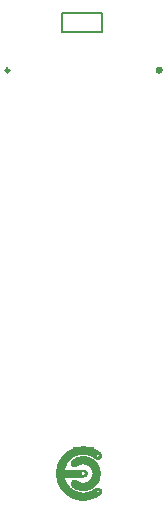
<source format=gbo>
G04*
G04 #@! TF.GenerationSoftware,Altium Limited,Altium Designer,18.1.7 (191)*
G04*
G04 Layer_Color=32896*
%FSLAX42Y42*%
%MOMM*%
G71*
G01*
G75*
%ADD10C,0.20*%
%ADD26C,0.25*%
%ADD27C,0.03*%
D10*
X-170Y4517D02*
X170D01*
X-170Y4683D02*
X170D01*
X-170Y4517D02*
Y4683D01*
X170Y4517D02*
Y4683D01*
D26*
X674Y4197D02*
G03*
X674Y4197I-19J0D01*
G01*
X-614Y4195D02*
G03*
X-614Y4195I-16J0D01*
G01*
D27*
X-23Y561D02*
X38D01*
X-38Y564D02*
X53D01*
X-48Y566D02*
X66D01*
X-58Y569D02*
X74D01*
X-66Y571D02*
X81D01*
X-71Y574D02*
X89D01*
X-79Y576D02*
X97D01*
X-84Y579D02*
X102D01*
X-89Y582D02*
X107D01*
X-94Y584D02*
X112D01*
X-99Y587D02*
X117D01*
X-104Y589D02*
X122D01*
X-109Y592D02*
X127D01*
X-112Y594D02*
X130D01*
X-117Y597D02*
X135D01*
X-119Y599D02*
X137D01*
X-124Y602D02*
X142D01*
X-127Y604D02*
X145D01*
X-130Y607D02*
X147D01*
X-135Y609D02*
X152D01*
X-137Y612D02*
X155D01*
X-140Y615D02*
X155D01*
X-142Y617D02*
X157D01*
X-145Y620D02*
X160D01*
X-147Y622D02*
X-10D01*
X28D02*
X160D01*
X-150Y625D02*
X-25D01*
X43D02*
X124D01*
X137D02*
X160D01*
X-152Y627D02*
X-36D01*
X53D02*
X122D01*
X140D02*
X163D01*
X-155Y630D02*
X-43D01*
X61D02*
X119D01*
X142D02*
X163D01*
X-157Y632D02*
X-51D01*
X69D02*
X119D01*
X142D02*
X163D01*
X-160Y635D02*
X-56D01*
X74D02*
X119D01*
X142D02*
X163D01*
X-163Y637D02*
X-63D01*
X79D02*
X119D01*
X142D02*
X163D01*
X-165Y640D02*
X-69D01*
X84D02*
X122D01*
X142D02*
X163D01*
X-168Y643D02*
X-71D01*
X-13D02*
X28D01*
X89D02*
X122D01*
X140D02*
X160D01*
X-168Y645D02*
X-76D01*
X-25D02*
X43D01*
X94D02*
X127D01*
X137D02*
X160D01*
X-170Y648D02*
X-81D01*
X-36D02*
X51D01*
X97D02*
X160D01*
X-173Y650D02*
X-84D01*
X-43D02*
X58D01*
X102D02*
X157D01*
X-175Y653D02*
X-89D01*
X-48D02*
X66D01*
X104D02*
X155D01*
X-175Y655D02*
X-91D01*
X-53D02*
X71D01*
X109D02*
X155D01*
X-178Y658D02*
X-94D01*
X-58D02*
X76D01*
X112D02*
X150D01*
X-180Y660D02*
X-97D01*
X-63D02*
X81D01*
X114D02*
X147D01*
X-180Y663D02*
X-102D01*
X-69D02*
X84D01*
X122D02*
X142D01*
X-183Y665D02*
X-104D01*
X-71D02*
X89D01*
X-185Y668D02*
X-107D01*
X-76D02*
X91D01*
X-185Y670D02*
X-109D01*
X-79D02*
X97D01*
X-188Y673D02*
X-112D01*
X-81D02*
X99D01*
X-188Y676D02*
X-114D01*
X-86D02*
X102D01*
X-190Y678D02*
X-114D01*
X-86D02*
X104D01*
X-193Y681D02*
X-117D01*
X-89D02*
X107D01*
X-193Y683D02*
X-119D01*
X-91D02*
X109D01*
X-196Y686D02*
X-122D01*
X-91D02*
X112D01*
X-196Y688D02*
X-124D01*
X-91D02*
X114D01*
X-198Y691D02*
X-124D01*
X-94D02*
X117D01*
X-198Y693D02*
X-127D01*
X-94D02*
X119D01*
X-198Y696D02*
X-130D01*
X-94D02*
X122D01*
X-201Y698D02*
X-130D01*
X-94D02*
X124D01*
X-201Y701D02*
X-132D01*
X-94D02*
X124D01*
X-203Y703D02*
X-135D01*
X-94D02*
X0D01*
X18D02*
X127D01*
X-203Y706D02*
X-135D01*
X-91D02*
X-13D01*
X30D02*
X130D01*
X-203Y709D02*
X-137D01*
X-91D02*
X-20D01*
X38D02*
X130D01*
X-206Y711D02*
X-137D01*
X-91D02*
X-28D01*
X43D02*
X132D01*
X-206Y714D02*
X-140D01*
X-89D02*
X-33D01*
X48D02*
X135D01*
X-206Y716D02*
X-140D01*
X-86D02*
X-36D01*
X53D02*
X135D01*
X-208Y719D02*
X-142D01*
X-86D02*
X-41D01*
X56D02*
X137D01*
X-208Y721D02*
X-142D01*
X-84D02*
X-43D01*
X58D02*
X137D01*
X-208Y724D02*
X-142D01*
X-79D02*
X-46D01*
X63D02*
X140D01*
X-211Y726D02*
X-145D01*
X-74D02*
X-53D01*
X66D02*
X140D01*
X-211Y729D02*
X-145D01*
X69D02*
X142D01*
X-211Y731D02*
X-147D01*
X71D02*
X142D01*
X-211Y734D02*
X-147D01*
X71D02*
X142D01*
X-213Y736D02*
X-147D01*
X74D02*
X145D01*
X-213Y739D02*
X-150D01*
X76D02*
X145D01*
X-213Y742D02*
X-150D01*
X79D02*
X145D01*
X-213Y744D02*
X-150D01*
X79D02*
X147D01*
X-213Y747D02*
X-150D01*
X81D02*
X147D01*
X-216Y749D02*
X-152D01*
X81D02*
X147D01*
X-216Y752D02*
X-152D01*
X84D02*
X150D01*
X-216Y754D02*
X13D01*
X84D02*
X150D01*
X-216Y757D02*
X23D01*
X86D02*
X150D01*
X-216Y759D02*
X28D01*
X86D02*
X150D01*
X-216Y762D02*
X30D01*
X86D02*
X150D01*
X-216Y764D02*
X33D01*
X89D02*
X150D01*
X-216Y767D02*
X36D01*
X89D02*
X152D01*
X-216Y770D02*
X3D01*
X13D02*
X36D01*
X89D02*
X152D01*
X-216Y772D02*
X0D01*
X18D02*
X38D01*
X89D02*
X152D01*
X-218Y775D02*
X-5D01*
X20D02*
X38D01*
X89D02*
X152D01*
X-218Y777D02*
X-5D01*
X23D02*
X38D01*
X89D02*
X152D01*
X-218Y780D02*
X-8D01*
X25D02*
X41D01*
X91D02*
X152D01*
X-218Y782D02*
X-8D01*
X25D02*
X41D01*
X91D02*
X152D01*
X-218Y785D02*
X-8D01*
X25D02*
X41D01*
X91D02*
X152D01*
X-218Y787D02*
X-8D01*
X25D02*
X41D01*
X91D02*
X152D01*
X-218Y790D02*
X-8D01*
X25D02*
X41D01*
X91D02*
X152D01*
X-218Y792D02*
X-5D01*
X23D02*
X41D01*
X91D02*
X152D01*
X-218Y795D02*
X-5D01*
X23D02*
X38D01*
X89D02*
X152D01*
X-218Y797D02*
X-3D01*
X20D02*
X38D01*
X89D02*
X152D01*
X-216Y800D02*
X0D01*
X15D02*
X36D01*
X89D02*
X152D01*
X-216Y803D02*
X36D01*
X89D02*
X152D01*
X-216Y805D02*
X33D01*
X89D02*
X152D01*
X-216Y808D02*
X30D01*
X86D02*
X150D01*
X-216Y810D02*
X28D01*
X86D02*
X150D01*
X-216Y813D02*
X23D01*
X86D02*
X150D01*
X-216Y815D02*
X15D01*
X84D02*
X150D01*
X-216Y818D02*
X-152D01*
X84D02*
X150D01*
X-216Y820D02*
X-152D01*
X84D02*
X147D01*
X-213Y823D02*
X-152D01*
X81D02*
X147D01*
X-213Y825D02*
X-150D01*
X79D02*
X147D01*
X-213Y828D02*
X-150D01*
X79D02*
X147D01*
X-213Y830D02*
X-150D01*
X76D02*
X145D01*
X-213Y833D02*
X-147D01*
X76D02*
X145D01*
X-211Y836D02*
X-147D01*
X74D02*
X145D01*
X-211Y838D02*
X-147D01*
X71D02*
X142D01*
X-211Y841D02*
X-145D01*
X69D02*
X142D01*
X-211Y843D02*
X-145D01*
X-71D02*
X-56D01*
X66D02*
X140D01*
X-208Y846D02*
X-145D01*
X-76D02*
X-48D01*
X63D02*
X140D01*
X-208Y848D02*
X-142D01*
X-81D02*
X-46D01*
X61D02*
X137D01*
X-208Y851D02*
X-142D01*
X-84D02*
X-41D01*
X58D02*
X137D01*
X-208Y853D02*
X-140D01*
X-86D02*
X-38D01*
X53D02*
X135D01*
X-206Y856D02*
X-140D01*
X-89D02*
X-33D01*
X51D02*
X135D01*
X-206Y858D02*
X-137D01*
X-91D02*
X-28D01*
X46D02*
X132D01*
X-206Y861D02*
X-137D01*
X-91D02*
X-23D01*
X41D02*
X132D01*
X-203Y864D02*
X-135D01*
X-91D02*
X-18D01*
X33D02*
X130D01*
X-203Y866D02*
X-135D01*
X-94D02*
X-8D01*
X23D02*
X127D01*
X-201Y869D02*
X-132D01*
X-94D02*
X127D01*
X-201Y871D02*
X-132D01*
X-94D02*
X124D01*
X-201Y874D02*
X-130D01*
X-94D02*
X122D01*
X-198Y876D02*
X-127D01*
X-94D02*
X119D01*
X-198Y879D02*
X-127D01*
X-94D02*
X119D01*
X-196Y881D02*
X-124D01*
X-94D02*
X117D01*
X-196Y884D02*
X-122D01*
X-91D02*
X114D01*
X-193Y886D02*
X-119D01*
X-91D02*
X112D01*
X-193Y889D02*
X-119D01*
X-89D02*
X109D01*
X-190Y891D02*
X-117D01*
X-89D02*
X107D01*
X-190Y894D02*
X-114D01*
X-86D02*
X104D01*
X-188Y897D02*
X-112D01*
X-84D02*
X99D01*
X-188Y899D02*
X-109D01*
X-81D02*
X97D01*
X-185Y902D02*
X-107D01*
X-76D02*
X94D01*
X-183Y904D02*
X-104D01*
X-74D02*
X91D01*
X-183Y907D02*
X-102D01*
X-71D02*
X86D01*
X124D02*
X137D01*
X-180Y909D02*
X-99D01*
X-66D02*
X81D01*
X117D02*
X145D01*
X-178Y912D02*
X-97D01*
X-61D02*
X79D01*
X114D02*
X150D01*
X-178Y914D02*
X-91D01*
X-56D02*
X74D01*
X109D02*
X152D01*
X-175Y917D02*
X-89D01*
X-51D02*
X69D01*
X107D02*
X155D01*
X-173Y919D02*
X-86D01*
X-46D02*
X61D01*
X104D02*
X157D01*
X-173Y922D02*
X-81D01*
X-38D02*
X56D01*
X99D02*
X157D01*
X-170Y924D02*
X-79D01*
X-30D02*
X46D01*
X97D02*
X160D01*
X-168Y927D02*
X-74D01*
X-18D02*
X36D01*
X91D02*
X124D01*
X137D02*
X160D01*
X-165Y930D02*
X-69D01*
X86D02*
X122D01*
X140D02*
X163D01*
X-163Y932D02*
X-63D01*
X81D02*
X119D01*
X142D02*
X163D01*
X-160Y935D02*
X-58D01*
X76D02*
X119D01*
X142D02*
X163D01*
X-160Y937D02*
X-53D01*
X71D02*
X119D01*
X142D02*
X163D01*
X-157Y940D02*
X-48D01*
X63D02*
X119D01*
X142D02*
X163D01*
X-155Y942D02*
X-41D01*
X56D02*
X122D01*
X142D02*
X163D01*
X-152Y945D02*
X-30D01*
X48D02*
X122D01*
X140D02*
X163D01*
X-150Y947D02*
X-18D01*
X36D02*
X127D01*
X137D02*
X160D01*
X-147Y950D02*
X160D01*
X-145Y952D02*
X157D01*
X-142Y955D02*
X157D01*
X-137Y957D02*
X155D01*
X-135Y960D02*
X152D01*
X-132Y963D02*
X150D01*
X-130Y965D02*
X145D01*
X-124Y968D02*
X142D01*
X-122Y970D02*
X140D01*
X-119Y973D02*
X135D01*
X-114Y975D02*
X132D01*
X-109Y978D02*
X127D01*
X-107Y980D02*
X124D01*
X-102Y983D02*
X119D01*
X-97Y985D02*
X114D01*
X-91Y988D02*
X109D01*
X-86Y990D02*
X104D01*
X-81Y993D02*
X99D01*
X-74Y996D02*
X91D01*
X-69Y998D02*
X86D01*
X-61Y1001D02*
X79D01*
X-53Y1003D02*
X69D01*
X-43Y1006D02*
X58D01*
X-28Y1008D02*
X46D01*
X-8Y1011D02*
X25D01*
X-8D02*
X25D01*
X-28Y1008D02*
X46D01*
X-43Y1006D02*
X58D01*
X-53Y1003D02*
X69D01*
X-61Y1001D02*
X79D01*
X-69Y998D02*
X86D01*
X-74Y996D02*
X91D01*
X-81Y993D02*
X99D01*
X-86Y990D02*
X104D01*
X-91Y988D02*
X109D01*
X-97Y985D02*
X114D01*
X-102Y983D02*
X119D01*
X-107Y980D02*
X124D01*
X-109Y978D02*
X127D01*
X-114Y975D02*
X132D01*
X-119Y973D02*
X135D01*
X-122Y970D02*
X140D01*
X-124Y968D02*
X142D01*
X-130Y965D02*
X145D01*
X-132Y963D02*
X150D01*
X-135Y960D02*
X152D01*
X-137Y957D02*
X155D01*
X-142Y955D02*
X157D01*
X-145Y952D02*
X157D01*
X-147Y950D02*
X160D01*
X137Y947D02*
X160D01*
X36D02*
X127D01*
X-150D02*
X-18D01*
X140Y945D02*
X163D01*
X48D02*
X122D01*
X-152D02*
X-30D01*
X142Y942D02*
X163D01*
X56D02*
X122D01*
X-155D02*
X-41D01*
X142Y940D02*
X163D01*
X63D02*
X119D01*
X-157D02*
X-48D01*
X142Y937D02*
X163D01*
X71D02*
X119D01*
X-160D02*
X-53D01*
X142Y935D02*
X163D01*
X76D02*
X119D01*
X-160D02*
X-58D01*
X142Y932D02*
X163D01*
X81D02*
X119D01*
X-163D02*
X-63D01*
X140Y930D02*
X163D01*
X86D02*
X122D01*
X-165D02*
X-69D01*
X137Y927D02*
X160D01*
X91D02*
X124D01*
X-18D02*
X36D01*
X-168D02*
X-74D01*
X97Y924D02*
X160D01*
X-30D02*
X46D01*
X-170D02*
X-79D01*
X99Y922D02*
X157D01*
X-38D02*
X56D01*
X-173D02*
X-81D01*
X104Y919D02*
X157D01*
X-46D02*
X61D01*
X-173D02*
X-86D01*
X107Y917D02*
X155D01*
X-51D02*
X69D01*
X-175D02*
X-89D01*
X109Y914D02*
X152D01*
X-56D02*
X74D01*
X-178D02*
X-91D01*
X114Y912D02*
X150D01*
X-61D02*
X79D01*
X-178D02*
X-97D01*
X117Y909D02*
X145D01*
X-66D02*
X81D01*
X-180D02*
X-99D01*
X124Y907D02*
X137D01*
X-71D02*
X86D01*
X-183D02*
X-102D01*
X-74Y1004D02*
X91D01*
X-183Y904D02*
X-104D01*
X-76Y902D02*
X94D01*
X-185D02*
X-107D01*
X-81Y899D02*
X97D01*
X-188D02*
X-109D01*
X-84Y897D02*
X99D01*
X-188D02*
X-112D01*
X-86Y894D02*
X104D01*
X-190D02*
X-114D01*
X-89Y891D02*
X107D01*
X-190D02*
X-117D01*
X-89Y889D02*
X109D01*
X-193D02*
X-119D01*
X-91Y886D02*
X112D01*
X-193D02*
X-119D01*
X-91Y884D02*
X114D01*
X-196D02*
X-122D01*
X-94Y881D02*
X117D01*
X-196D02*
X-124D01*
X-94Y879D02*
X119D01*
X-198D02*
X-127D01*
X-94Y876D02*
X119D01*
X-198D02*
X-127D01*
X-94Y874D02*
X122D01*
X-201D02*
X-130D01*
X-94Y871D02*
X124D01*
X-201D02*
X-132D01*
X-94Y869D02*
X127D01*
X-201D02*
X-132D01*
X23Y866D02*
X127D01*
X-94D02*
X-8D01*
X-203D02*
X-135D01*
X33Y864D02*
X130D01*
X-91D02*
X-18D01*
X-203D02*
X-135D01*
X41Y861D02*
X132D01*
X-91D02*
X-23D01*
X-206D02*
X-137D01*
X46Y858D02*
X132D01*
X-91D02*
X-28D01*
X-206D02*
X-137D01*
X51Y856D02*
X135D01*
X-89D02*
X-33D01*
X-206D02*
X-140D01*
X53Y853D02*
X135D01*
X-86D02*
X-38D01*
X-208D02*
X-140D01*
X58Y851D02*
X137D01*
X-84D02*
X-41D01*
X-208D02*
X-142D01*
X61Y848D02*
X137D01*
X-81D02*
X-46D01*
X-208D02*
X-142D01*
X63Y846D02*
X140D01*
X-76D02*
X-48D01*
X-208D02*
X-145D01*
X66Y843D02*
X140D01*
X-71D02*
X-56D01*
X-211D02*
X-145D01*
X69Y841D02*
X142D01*
X-211D02*
X-145D01*
X71Y838D02*
X142D01*
X-211D02*
X-147D01*
X74Y836D02*
X145D01*
X-211D02*
X-147D01*
X76Y833D02*
X145D01*
X-213D02*
X-147D01*
X76Y830D02*
X145D01*
X-213D02*
X-150D01*
X79Y828D02*
X147D01*
X-213D02*
X-150D01*
X79Y825D02*
X147D01*
X-213D02*
X-150D01*
X81Y823D02*
X147D01*
X-213D02*
X-152D01*
X84Y820D02*
X147D01*
X-216D02*
X-152D01*
X84Y818D02*
X150D01*
X-216D02*
X-152D01*
X84Y815D02*
X150D01*
X-216D02*
X15D01*
X86Y813D02*
X150D01*
X-216D02*
X23D01*
X86Y810D02*
X150D01*
X-216D02*
X28D01*
X86Y808D02*
X150D01*
X-216D02*
X30D01*
X89Y805D02*
X152D01*
X-216D02*
X33D01*
X89Y803D02*
X152D01*
X-216D02*
X36D01*
X89Y800D02*
X152D01*
X15D02*
X36D01*
X-216D02*
X0D01*
X89Y797D02*
X152D01*
X20D02*
X38D01*
X-218D02*
X-3D01*
X89Y795D02*
X152D01*
X23D02*
X38D01*
X-218D02*
X-5D01*
X91Y792D02*
X152D01*
X23D02*
X41D01*
X-218D02*
X-5D01*
X91Y790D02*
X152D01*
X25D02*
X41D01*
X-218D02*
X-8D01*
X91Y787D02*
X152D01*
X25D02*
X41D01*
X-218D02*
X-8D01*
X91Y785D02*
X152D01*
X25D02*
X41D01*
X-218D02*
X-8D01*
X91Y782D02*
X152D01*
X25D02*
X41D01*
X-218D02*
X-8D01*
X91Y780D02*
X152D01*
X25D02*
X41D01*
X-218D02*
X-8D01*
X89Y777D02*
X152D01*
X23D02*
X38D01*
X-218D02*
X-5D01*
X89Y775D02*
X152D01*
X20D02*
X38D01*
X-218D02*
X-5D01*
X89Y772D02*
X152D01*
X18D02*
X38D01*
X-216D02*
X0D01*
X89Y770D02*
X152D01*
X13D02*
X36D01*
X-216D02*
X3D01*
X89Y767D02*
X152D01*
X-216D02*
X36D01*
X89Y764D02*
X150D01*
X-216D02*
X33D01*
X86Y762D02*
X150D01*
X-216D02*
X30D01*
X86Y759D02*
X150D01*
X-216D02*
X28D01*
X86Y757D02*
X150D01*
X-216D02*
X23D01*
X84Y754D02*
X150D01*
X-216D02*
X13D01*
X84Y752D02*
X150D01*
X-216D02*
X-152D01*
X81Y749D02*
X147D01*
X-216D02*
X-152D01*
X81Y747D02*
X147D01*
X-213D02*
X-150D01*
X79Y744D02*
X147D01*
X-213D02*
X-150D01*
X79Y742D02*
X145D01*
X-213D02*
X-150D01*
X76Y739D02*
X145D01*
X-213D02*
X-150D01*
X74Y736D02*
X145D01*
X-213D02*
X-147D01*
X71Y734D02*
X142D01*
X-211D02*
X-147D01*
X71Y731D02*
X142D01*
X-211D02*
X-147D01*
X69Y729D02*
X142D01*
X-211D02*
X-145D01*
X66Y726D02*
X140D01*
X-74D02*
X-53D01*
X-211D02*
X-145D01*
X63Y724D02*
X140D01*
X-79D02*
X-46D01*
X-208D02*
X-142D01*
X58Y721D02*
X137D01*
X-84D02*
X-43D01*
X-208D02*
X-142D01*
X56Y719D02*
X137D01*
X-86D02*
X-41D01*
X-208D02*
X-142D01*
X53Y716D02*
X135D01*
X-86D02*
X-36D01*
X-206D02*
X-140D01*
X48Y714D02*
X135D01*
X-89D02*
X-33D01*
X-206D02*
X-140D01*
X43Y711D02*
X132D01*
X-91D02*
X-28D01*
X-206D02*
X-137D01*
X38Y709D02*
X130D01*
X-91D02*
X-20D01*
X-203D02*
X-137D01*
X30Y706D02*
X130D01*
X-91D02*
X-13D01*
X-203D02*
X-135D01*
X18Y703D02*
X127D01*
X-94D02*
X0D01*
X-203D02*
X-135D01*
X-94Y701D02*
X124D01*
X-201D02*
X-132D01*
X-94Y698D02*
X124D01*
X-201D02*
X-130D01*
X-94Y696D02*
X122D01*
X-198D02*
X-130D01*
X-94Y693D02*
X119D01*
X-198D02*
X-127D01*
X-94Y691D02*
X117D01*
X-198D02*
X-124D01*
X-91Y688D02*
X114D01*
X-196D02*
X-124D01*
X-91Y686D02*
X112D01*
X-196D02*
X-122D01*
X-91Y683D02*
X109D01*
X-193D02*
X-119D01*
X-89Y681D02*
X107D01*
X-193D02*
X-117D01*
X-86Y678D02*
X104D01*
X-190D02*
X-114D01*
X-86Y676D02*
X102D01*
X-188D02*
X-114D01*
X-81Y673D02*
X99D01*
X-188D02*
X-112D01*
X-79Y670D02*
X97D01*
X-185D02*
X-109D01*
X-76Y668D02*
X91D01*
X-185D02*
X-107D01*
X-71Y665D02*
X89D01*
X-183D02*
X-104D01*
X122Y663D02*
X142D01*
X-69D02*
X84D01*
X-180D02*
X-102D01*
X114Y660D02*
X147D01*
X-63D02*
X81D01*
X-180D02*
X-97D01*
X112Y658D02*
X150D01*
X-58D02*
X76D01*
X-178D02*
X-94D01*
X109Y655D02*
X155D01*
X-53D02*
X71D01*
X-175D02*
X-91D01*
X104Y653D02*
X155D01*
X-48D02*
X66D01*
X-175D02*
X-89D01*
X102Y650D02*
X157D01*
X-43D02*
X58D01*
X-173D02*
X-84D01*
X97Y648D02*
X160D01*
X-36D02*
X51D01*
X-170D02*
X-81D01*
X137Y645D02*
X160D01*
X94D02*
X127D01*
X-25D02*
X43D01*
X-168D02*
X-76D01*
X140Y643D02*
X160D01*
X89D02*
X122D01*
X-13D02*
X28D01*
X-168D02*
X-71D01*
X142Y640D02*
X163D01*
X84D02*
X122D01*
X-165D02*
X-69D01*
X142Y637D02*
X163D01*
X79D02*
X119D01*
X-163D02*
X-63D01*
X142Y635D02*
X163D01*
X74D02*
X119D01*
X-160D02*
X-56D01*
X142Y632D02*
X163D01*
X69D02*
X119D01*
X-157D02*
X-51D01*
X142Y630D02*
X163D01*
X61D02*
X119D01*
X-155D02*
X-43D01*
X140Y627D02*
X163D01*
X53D02*
X122D01*
X-152D02*
X-36D01*
X137Y625D02*
X160D01*
X43D02*
X124D01*
X-150D02*
X-25D01*
X28Y622D02*
X160D01*
X-147D02*
X-10D01*
X-145Y620D02*
X160D01*
X-142Y617D02*
X157D01*
X-140Y615D02*
X155D01*
X-137Y612D02*
X155D01*
X-135Y609D02*
X152D01*
X-130Y607D02*
X147D01*
X-127Y604D02*
X145D01*
X-124Y602D02*
X142D01*
X-119Y599D02*
X137D01*
X-117Y597D02*
X135D01*
X-112Y594D02*
X130D01*
X-109Y592D02*
X127D01*
X-104Y589D02*
X122D01*
X-99Y587D02*
X117D01*
X-94Y584D02*
X112D01*
X-89Y582D02*
X107D01*
X-84Y579D02*
X102D01*
X-79Y576D02*
X97D01*
X-71Y574D02*
X89D01*
X-66Y571D02*
X81D01*
X-58Y569D02*
X74D01*
X-48Y566D02*
X66D01*
X-38Y564D02*
X53D01*
X-23Y561D02*
X38D01*
M02*

</source>
